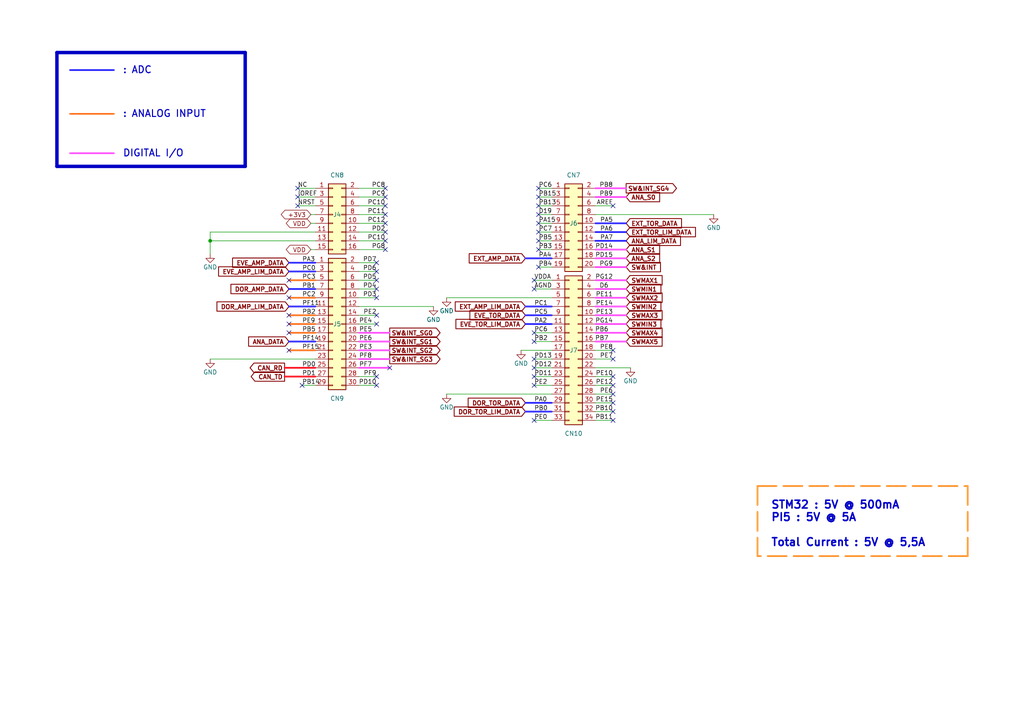
<source format=kicad_sch>
(kicad_sch (version 20211123) (generator eeschema)
  (paper "A4")
  (title_block (title "BUMBLEBEE") (date "2024-01-15") (rev "1.00") (company "ExoFlex") (comment 1 "Bumblebee"))
  (lib_symbols
    (symbol "Connector_Generic:Conn_02x08_Odd_Even" (pin_names (offset 1.016) hide)
      (property "Reference" "J" (at 1.27 10.16 0))
      (property "Value" "Conn_02x08_Odd_Even" (at 1.27 -12.7 0))
      (symbol "Conn_02x08_Odd_Even_1_1"
        (rectangle (start -1.27 -10.033) (end 0 -10.287) (stroke (width 0.1524)))
        (rectangle (start -1.27 -7.493) (end 0 -7.747) (stroke (width 0.1524)))
        (rectangle (start -1.27 -4.953) (end 0 -5.207) (stroke (width 0.1524)))
        (rectangle (start -1.27 -2.413) (end 0 -2.667) (stroke (width 0.1524)))
        (rectangle (start -1.27 0.127) (end 0 -0.127) (stroke (width 0.1524)))
        (rectangle (start -1.27 2.667) (end 0 2.413) (stroke (width 0.1524)))
        (rectangle (start -1.27 5.207) (end 0 4.953) (stroke (width 0.1524)))
        (rectangle (start -1.27 7.747) (end 0 7.493) (stroke (width 0.1524)))
        (rectangle (start -1.27 8.89) (end 3.81 -11.43) (stroke (width 0.254)) (fill (type background)))
        (rectangle (start 3.81 -10.033) (end 2.54 -10.287) (stroke (width 0.1524)))
        (rectangle (start 3.81 -7.493) (end 2.54 -7.747) (stroke (width 0.1524)))
        (rectangle (start 3.81 -4.953) (end 2.54 -5.207) (stroke (width 0.1524)))
        (rectangle (start 3.81 -2.413) (end 2.54 -2.667) (stroke (width 0.1524)))
        (rectangle (start 3.81 0.127) (end 2.54 -0.127) (stroke (width 0.1524)))
        (rectangle (start 3.81 2.667) (end 2.54 2.413) (stroke (width 0.1524)))
        (rectangle (start 3.81 5.207) (end 2.54 4.953) (stroke (width 0.1524)))
        (rectangle (start 3.81 7.747) (end 2.54 7.493) (stroke (width 0.1524)))
        (pin passive line (at -5.08 7.62 0) (length 3.81) (name "Pin_1") (number "1"))
        (pin passive line (at 7.62 -2.54 180) (length 3.81) (name "Pin_10") (number "10"))
        (pin passive line (at -5.08 -5.08 0) (length 3.81) (name "Pin_11") (number "11"))
        (pin passive line (at 7.62 -5.08 180) (length 3.81) (name "Pin_12") (number "12"))
        (pin passive line (at -5.08 -7.62 0) (length 3.81) (name "Pin_13") (number "13"))
        (pin passive line (at 7.62 -7.62 180) (length 3.81) (name "Pin_14") (number "14"))
        (pin passive line (at -5.08 -10.16 0) (length 3.81) (name "Pin_15") (number "15"))
        (pin passive line (at 7.62 -10.16 180) (length 3.81) (name "Pin_16") (number "16"))
        (pin passive line (at 7.62 7.62 180) (length 3.81) (name "Pin_2") (number "2"))
        (pin passive line (at -5.08 5.08 0) (length 3.81) (name "Pin_3") (number "3"))
        (pin passive line (at 7.62 5.08 180) (length 3.81) (name "Pin_4") (number "4"))
        (pin passive line (at -5.08 2.54 0) (length 3.81) (name "Pin_5") (number "5"))
        (pin passive line (at 7.62 2.54 180) (length 3.81) (name "Pin_6") (number "6"))
        (pin passive line (at -5.08 0 0) (length 3.81) (name "Pin_7") (number "7"))
        (pin passive line (at 7.62 0 180) (length 3.81) (name "Pin_8") (number "8"))
        (pin passive line (at -5.08 -2.54 0) (length 3.81) (name "Pin_9") (number "9"))
      )
    )
    (symbol "Connector_Generic:Conn_02x10_Odd_Even" (pin_names (offset 1.016) hide)
      (property "Reference" "J" (at 1.27 12.7 0))
      (property "Value" "Conn_02x10_Odd_Even" (at 1.27 -15.24 0))
      (symbol "Conn_02x10_Odd_Even_1_1"
        (rectangle (start -1.27 -12.573) (end 0 -12.827) (stroke (width 0.1524)))
        (rectangle (start -1.27 -10.033) (end 0 -10.287) (stroke (width 0.1524)))
        (rectangle (start -1.27 -7.493) (end 0 -7.747) (stroke (width 0.1524)))
        (rectangle (start -1.27 -4.953) (end 0 -5.207) (stroke (width 0.1524)))
        (rectangle (start -1.27 -2.413) (end 0 -2.667) (stroke (width 0.1524)))
        (rectangle (start -1.27 0.127) (end 0 -0.127) (stroke (width 0.1524)))
        (rectangle (start -1.27 2.667) (end 0 2.413) (stroke (width 0.1524)))
        (rectangle (start -1.27 5.207) (end 0 4.953) (stroke (width 0.1524)))
        (rectangle (start -1.27 7.747) (end 0 7.493) (stroke (width 0.1524)))
        (rectangle (start -1.27 10.287) (end 0 10.033) (stroke (width 0.1524)))
        (rectangle (start -1.27 11.43) (end 3.81 -13.97) (stroke (width 0.254)) (fill (type background)))
        (rectangle (start 3.81 -12.573) (end 2.54 -12.827) (stroke (width 0.1524)))
        (rectangle (start 3.81 -10.033) (end 2.54 -10.287) (stroke (width 0.1524)))
        (rectangle (start 3.81 -7.493) (end 2.54 -7.747) (stroke (width 0.1524)))
        (rectangle (start 3.81 -4.953) (end 2.54 -5.207) (stroke (width 0.1524)))
        (rectangle (start 3.81 -2.413) (end 2.54 -2.667) (stroke (width 0.1524)))
        (rectangle (start 3.81 0.127) (end 2.54 -0.127) (stroke (width 0.1524)))
        (rectangle (start 3.81 2.667) (end 2.54 2.413) (stroke (width 0.1524)))
        (rectangle (start 3.81 5.207) (end 2.54 4.953) (stroke (width 0.1524)))
        (rectangle (start 3.81 7.747) (end 2.54 7.493) (stroke (width 0.1524)))
        (rectangle (start 3.81 10.287) (end 2.54 10.033) (stroke (width 0.1524)))
        (pin passive line (at -5.08 10.16 0) (length 3.81) (name "Pin_1") (number "1"))
        (pin passive line (at 7.62 0 180) (length 3.81) (name "Pin_10") (number "10"))
        (pin passive line (at -5.08 -2.54 0) (length 3.81) (name "Pin_11") (number "11"))
        (pin passive line (at 7.62 -2.54 180) (length 3.81) (name "Pin_12") (number "12"))
        (pin passive line (at -5.08 -5.08 0) (length 3.81) (name "Pin_13") (number "13"))
        (pin passive line (at 7.62 -5.08 180) (length 3.81) (name "Pin_14") (number "14"))
        (pin passive line (at -5.08 -7.62 0) (length 3.81) (name "Pin_15") (number "15"))
        (pin passive line (at 7.62 -7.62 180) (length 3.81) (name "Pin_16") (number "16"))
        (pin passive line (at -5.08 -10.16 0) (length 3.81) (name "Pin_17") (number "17"))
        (pin passive line (at 7.62 -10.16 180) (length 3.81) (name "Pin_18") (number "18"))
        (pin passive line (at -5.08 -12.7 0) (length 3.81) (name "Pin_19") (number "19"))
        (pin passive line (at 7.62 10.16 180) (length 3.81) (name "Pin_2") (number "2"))
        (pin passive line (at 7.62 -12.7 180) (length 3.81) (name "Pin_20") (number "20"))
        (pin passive line (at -5.08 7.62 0) (length 3.81) (name "Pin_3") (number "3"))
        (pin passive line (at 7.62 7.62 180) (length 3.81) (name "Pin_4") (number "4"))
        (pin passive line (at -5.08 5.08 0) (length 3.81) (name "Pin_5") (number "5"))
        (pin passive line (at 7.62 5.08 180) (length 3.81) (name "Pin_6") (number "6"))
        (pin passive line (at -5.08 2.54 0) (length 3.81) (name "Pin_7") (number "7"))
        (pin passive line (at 7.62 2.54 180) (length 3.81) (name "Pin_8") (number "8"))
        (pin passive line (at -5.08 0 0) (length 3.81) (name "Pin_9") (number "9"))
      )
    )
    (symbol "Connector_Generic:Conn_02x15_Odd_Even" (pin_names (offset 1.016) hide)
      (property "Reference" "J" (at 1.27 20.32 0))
      (property "Value" "Conn_02x15_Odd_Even" (at 1.27 -20.32 0))
      (symbol "Conn_02x15_Odd_Even_1_1"
        (rectangle (start -1.27 -17.653) (end 0 -17.907) (stroke (width 0.1524)))
        (rectangle (start -1.27 -15.113) (end 0 -15.367) (stroke (width 0.1524)))
        (rectangle (start -1.27 -12.573) (end 0 -12.827) (stroke (width 0.1524)))
        (rectangle (start -1.27 -10.033) (end 0 -10.287) (stroke (width 0.1524)))
        (rectangle (start -1.27 -7.493) (end 0 -7.747) (stroke (width 0.1524)))
        (rectangle (start -1.27 -4.953) (end 0 -5.207) (stroke (width 0.1524)))
        (rectangle (start -1.27 -2.413) (end 0 -2.667) (stroke (width 0.1524)))
        (rectangle (start -1.27 0.127) (end 0 -0.127) (stroke (width 0.1524)))
        (rectangle (start -1.27 2.667) (end 0 2.413) (stroke (width 0.1524)))
        (rectangle (start -1.27 5.207) (end 0 4.953) (stroke (width 0.1524)))
        (rectangle (start -1.27 7.747) (end 0 7.493) (stroke (width 0.1524)))
        (rectangle (start -1.27 10.287) (end 0 10.033) (stroke (width 0.1524)))
        (rectangle (start -1.27 12.827) (end 0 12.573) (stroke (width 0.1524)))
        (rectangle (start -1.27 15.367) (end 0 15.113) (stroke (width 0.1524)))
        (rectangle (start -1.27 17.907) (end 0 17.653) (stroke (width 0.1524)))
        (rectangle (start -1.27 19.05) (end 3.81 -19.05) (stroke (width 0.254)) (fill (type background)))
        (rectangle (start 3.81 -17.653) (end 2.54 -17.907) (stroke (width 0.1524)))
        (rectangle (start 3.81 -15.113) (end 2.54 -15.367) (stroke (width 0.1524)))
        (rectangle (start 3.81 -12.573) (end 2.54 -12.827) (stroke (width 0.1524)))
        (rectangle (start 3.81 -10.033) (end 2.54 -10.287) (stroke (width 0.1524)))
        (rectangle (start 3.81 -7.493) (end 2.54 -7.747) (stroke (width 0.1524)))
        (rectangle (start 3.81 -4.953) (end 2.54 -5.207) (stroke (width 0.1524)))
        (rectangle (start 3.81 -2.413) (end 2.54 -2.667) (stroke (width 0.1524)))
        (rectangle (start 3.81 0.127) (end 2.54 -0.127) (stroke (width 0.1524)))
        (rectangle (start 3.81 2.667) (end 2.54 2.413) (stroke (width 0.1524)))
        (rectangle (start 3.81 5.207) (end 2.54 4.953) (stroke (width 0.1524)))
        (rectangle (start 3.81 7.747) (end 2.54 7.493) (stroke (width 0.1524)))
        (rectangle (start 3.81 10.287) (end 2.54 10.033) (stroke (width 0.1524)))
        (rectangle (start 3.81 12.827) (end 2.54 12.573) (stroke (width 0.1524)))
        (rectangle (start 3.81 15.367) (end 2.54 15.113) (stroke (width 0.1524)))
        (rectangle (start 3.81 17.907) (end 2.54 17.653) (stroke (width 0.1524)))
        (pin passive line (at -5.08 17.78 0) (length 3.81) (name "Pin_1") (number "1"))
        (pin passive line (at 7.62 7.62 180) (length 3.81) (name "Pin_10") (number "10"))
        (pin passive line (at -5.08 5.08 0) (length 3.81) (name "Pin_11") (number "11"))
        (pin passive line (at 7.62 5.08 180) (length 3.81) (name "Pin_12") (number "12"))
        (pin passive line (at -5.08 2.54 0) (length 3.81) (name "Pin_13") (number "13"))
        (pin passive line (at 7.62 2.54 180) (length 3.81) (name "Pin_14") (number "14"))
        (pin passive line (at -5.08 0 0) (length 3.81) (name "Pin_15") (number "15"))
        (pin passive line (at 7.62 0 180) (length 3.81) (name "Pin_16") (number "16"))
        (pin passive line (at -5.08 -2.54 0) (length 3.81) (name "Pin_17") (number "17"))
        (pin passive line (at 7.62 -2.54 180) (length 3.81) (name "Pin_18") (number "18"))
        (pin passive line (at -5.08 -5.08 0) (length 3.81) (name "Pin_19") (number "19"))
        (pin passive line (at 7.62 17.78 180) (length 3.81) (name "Pin_2") (number "2"))
        (pin passive line (at 7.62 -5.08 180) (length 3.81) (name "Pin_20") (number "20"))
        (pin passive line (at -5.08 -7.62 0) (length 3.81) (name "Pin_21") (number "21"))
        (pin passive line (at 7.62 -7.62 180) (length 3.81) (name "Pin_22") (number "22"))
        (pin passive line (at -5.08 -10.16 0) (length 3.81) (name "Pin_23") (number "23"))
        (pin passive line (at 7.62 -10.16 180) (length 3.81) (name "Pin_24") (number "24"))
        (pin passive line (at -5.08 -12.7 0) (length 3.81) (name "Pin_25") (number "25"))
        (pin passive line (at 7.62 -12.7 180) (length 3.81) (name "Pin_26") (number "26"))
        (pin passive line (at -5.08 -15.24 0) (length 3.81) (name "Pin_27") (number "27"))
        (pin passive line (at 7.62 -15.24 180) (length 3.81) (name "Pin_28") (number "28"))
        (pin passive line (at -5.08 -17.78 0) (length 3.81) (name "Pin_29") (number "29"))
        (pin passive line (at -5.08 15.24 0) (length 3.81) (name "Pin_3") (number "3"))
        (pin passive line (at 7.62 -17.78 180) (length 3.81) (name "Pin_30") (number "30"))
        (pin passive line (at 7.62 15.24 180) (length 3.81) (name "Pin_4") (number "4"))
        (pin passive line (at -5.08 12.7 0) (length 3.81) (name "Pin_5") (number "5"))
        (pin passive line (at 7.62 12.7 180) (length 3.81) (name "Pin_6") (number "6"))
        (pin passive line (at -5.08 10.16 0) (length 3.81) (name "Pin_7") (number "7"))
        (pin passive line (at 7.62 10.16 180) (length 3.81) (name "Pin_8") (number "8"))
        (pin passive line (at -5.08 7.62 0) (length 3.81) (name "Pin_9") (number "9"))
      )
    )
    (symbol "Connector_Generic:Conn_02x17_Odd_Even" (pin_names (offset 1.016) hide)
      (property "Reference" "J" (at 1.27 22.86 0))
      (property "Value" "Conn_02x17_Odd_Even" (at 1.27 -22.86 0))
      (symbol "Conn_02x17_Odd_Even_1_1"
        (rectangle (start -1.27 -20.193) (end 0 -20.447) (stroke (width 0.1524)))
        (rectangle (start -1.27 -17.653) (end 0 -17.907) (stroke (width 0.1524)))
        (rectangle (start -1.27 -15.113) (end 0 -15.367) (stroke (width 0.1524)))
        (rectangle (start -1.27 -12.573) (end 0 -12.827) (stroke (width 0.1524)))
        (rectangle (start -1.27 -10.033) (end 0 -10.287) (stroke (width 0.1524)))
        (rectangle (start -1.27 -7.493) (end 0 -7.747) (stroke (width 0.1524)))
        (rectangle (start -1.27 -4.953) (end 0 -5.207) (stroke (width 0.1524)))
        (rectangle (start -1.27 -2.413) (end 0 -2.667) (stroke (width 0.1524)))
        (rectangle (start -1.27 0.127) (end 0 -0.127) (stroke (width 0.1524)))
        (rectangle (start -1.27 2.667) (end 0 2.413) (stroke (width 0.1524)))
        (rectangle (start -1.27 5.207) (end 0 4.953) (stroke (width 0.1524)))
        (rectangle (start -1.27 7.747) (end 0 7.493) (stroke (width 0.1524)))
        (rectangle (start -1.27 10.287) (end 0 10.033) (stroke (width 0.1524)))
        (rectangle (start -1.27 12.827) (end 0 12.573) (stroke (width 0.1524)))
        (rectangle (start -1.27 15.367) (end 0 15.113) (stroke (width 0.1524)))
        (rectangle (start -1.27 17.907) (end 0 17.653) (stroke (width 0.1524)))
        (rectangle (start -1.27 20.447) (end 0 20.193) (stroke (width 0.1524)))
        (rectangle (start -1.27 21.59) (end 3.81 -21.59) (stroke (width 0.254)) (fill (type background)))
        (rectangle (start 3.81 -20.193) (end 2.54 -20.447) (stroke (width 0.1524)))
        (rectangle (start 3.81 -17.653) (end 2.54 -17.907) (stroke (width 0.1524)))
        (rectangle (start 3.81 -15.113) (end 2.54 -15.367) (stroke (width 0.1524)))
        (rectangle (start 3.81 -12.573) (end 2.54 -12.827) (stroke (width 0.1524)))
        (rectangle (start 3.81 -10.033) (end 2.54 -10.287) (stroke (width 0.1524)))
        (rectangle (start 3.81 -7.493) (end 2.54 -7.747) (stroke (width 0.1524)))
        (rectangle (start 3.81 -4.953) (end 2.54 -5.207) (stroke (width 0.1524)))
        (rectangle (start 3.81 -2.413) (end 2.54 -2.667) (stroke (width 0.1524)))
        (rectangle (start 3.81 0.127) (end 2.54 -0.127) (stroke (width 0.1524)))
        (rectangle (start 3.81 2.667) (end 2.54 2.413) (stroke (width 0.1524)))
        (rectangle (start 3.81 5.207) (end 2.54 4.953) (stroke (width 0.1524)))
        (rectangle (start 3.81 7.747) (end 2.54 7.493) (stroke (width 0.1524)))
        (rectangle (start 3.81 10.287) (end 2.54 10.033) (stroke (width 0.1524)))
        (rectangle (start 3.81 12.827) (end 2.54 12.573) (stroke (width 0.1524)))
        (rectangle (start 3.81 15.367) (end 2.54 15.113) (stroke (width 0.1524)))
        (rectangle (start 3.81 17.907) (end 2.54 17.653) (stroke (width 0.1524)))
        (rectangle (start 3.81 20.447) (end 2.54 20.193) (stroke (width 0.1524)))
        (pin passive line (at -5.08 20.32 0) (length 3.81) (name "Pin_1") (number "1"))
        (pin passive line (at 7.62 10.16 180) (length 3.81) (name "Pin_10") (number "10"))
        (pin passive line (at -5.08 7.62 0) (length 3.81) (name "Pin_11") (number "11"))
        (pin passive line (at 7.62 7.62 180) (length 3.81) (name "Pin_12") (number "12"))
        (pin passive line (at -5.08 5.08 0) (length 3.81) (name "Pin_13") (number "13"))
        (pin passive line (at 7.62 5.08 180) (length 3.81) (name "Pin_14") (number "14"))
        (pin passive line (at -5.08 2.54 0) (length 3.81) (name "Pin_15") (number "15"))
        (pin passive line (at 7.62 2.54 180) (length 3.81) (name "Pin_16") (number "16"))
        (pin passive line (at -5.08 0 0) (length 3.81) (name "Pin_17") (number "17"))
        (pin passive line (at 7.62 0 180) (length 3.81) (name "Pin_18") (number "18"))
        (pin passive line (at -5.08 -2.54 0) (length 3.81) (name "Pin_19") (number "19"))
        (pin passive line (at 7.62 20.32 180) (length 3.81) (name "Pin_2") (number "2"))
        (pin passive line (at 7.62 -2.54 180) (length 3.81) (name "Pin_20") (number "20"))
        (pin passive line (at -5.08 -5.08 0) (length 3.81) (name "Pin_21") (number "21"))
        (pin passive line (at 7.62 -5.08 180) (length 3.81) (name "Pin_22") (number "22"))
        (pin passive line (at -5.08 -7.62 0) (length 3.81) (name "Pin_23") (number "23"))
        (pin passive line (at 7.62 -7.62 180) (length 3.81) (name "Pin_24") (number "24"))
        (pin passive line (at -5.08 -10.16 0) (length 3.81) (name "Pin_25") (number "25"))
        (pin passive line (at 7.62 -10.16 180) (length 3.81) (name "Pin_26") (number "26"))
        (pin passive line (at -5.08 -12.7 0) (length 3.81) (name "Pin_27") (number "27"))
        (pin passive line (at 7.62 -12.7 180) (length 3.81) (name "Pin_28") (number "28"))
        (pin passive line (at -5.08 -15.24 0) (length 3.81) (name "Pin_29") (number "29"))
        (pin passive line (at -5.08 17.78 0) (length 3.81) (name "Pin_3") (number "3"))
        (pin passive line (at 7.62 -15.24 180) (length 3.81) (name "Pin_30") (number "30"))
        (pin passive line (at -5.08 -17.78 0) (length 3.81) (name "Pin_31") (number "31"))
        (pin passive line (at 7.62 -17.78 180) (length 3.81) (name "Pin_32") (number "32"))
        (pin passive line (at -5.08 -20.32 0) (length 3.81) (name "Pin_33") (number "33"))
        (pin passive line (at 7.62 -20.32 180) (length 3.81) (name "Pin_34") (number "34"))
        (pin passive line (at 7.62 17.78 180) (length 3.81) (name "Pin_4") (number "4"))
        (pin passive line (at -5.08 15.24 0) (length 3.81) (name "Pin_5") (number "5"))
        (pin passive line (at 7.62 15.24 180) (length 3.81) (name "Pin_6") (number "6"))
        (pin passive line (at -5.08 12.7 0) (length 3.81) (name "Pin_7") (number "7"))
        (pin passive line (at 7.62 12.7 180) (length 3.81) (name "Pin_8") (number "8"))
        (pin passive line (at -5.08 10.16 0) (length 3.81) (name "Pin_9") (number "9"))
      )
    )
    (symbol "power:GND" (power) (pin_names (offset 0))
      (property "Value" "GND" (at 0 -3.81 0))
      (symbol "GND_0_1"
        (polyline (pts (xy 0 0) (xy 0 -1.27) (xy 1.27 -1.27) (xy 0 -2.54) (xy -1.27 -1.27) (xy 0 -1.27)))
      )
      (symbol "GND_1_1"
        (pin power_in line (at 0 0 270) (length 0) hide (name "GND") (number "1"))
      )
    )
  )
  (junction (at 60.96 69.85))
  (no_connect (at 156.21 69.85))
  (no_connect (at 83.82 101.6))
  (no_connect (at 111.76 67.31))
  (no_connect (at 86.36 54.61))
  (no_connect (at 156.21 59.69))
  (no_connect (at 156.21 54.61))
  (no_connect (at 177.8 114.3))
  (no_connect (at 109.22 78.74))
  (no_connect (at 83.82 86.36))
  (no_connect (at 154.94 83.82))
  (no_connect (at 154.94 99.06))
  (no_connect (at 83.82 91.44))
  (no_connect (at 156.21 77.47))
  (no_connect (at 156.21 57.15))
  (no_connect (at 109.22 86.36))
  (no_connect (at 177.8 121.92))
  (no_connect (at 86.36 57.15))
  (no_connect (at 154.94 104.14))
  (no_connect (at 87.63 111.76))
  (no_connect (at 154.94 96.52))
  (no_connect (at 177.8 109.22))
  (no_connect (at 111.76 64.77))
  (no_connect (at 177.8 111.76))
  (no_connect (at 156.21 62.23))
  (no_connect (at 177.8 104.14))
  (no_connect (at 111.76 57.15))
  (no_connect (at 154.94 111.76))
  (no_connect (at 109.22 91.44))
  (no_connect (at 83.82 93.98))
  (no_connect (at 83.82 81.28))
  (no_connect (at 109.22 93.98))
  (no_connect (at 111.76 54.61))
  (no_connect (at 177.8 116.84))
  (no_connect (at 177.8 101.6))
  (no_connect (at 111.76 62.23))
  (no_connect (at 154.94 106.68))
  (no_connect (at 109.22 81.28))
  (no_connect (at 177.8 59.69))
  (no_connect (at 111.76 72.39))
  (no_connect (at 111.76 59.69))
  (no_connect (at 86.36 59.69))
  (no_connect (at 156.21 72.39))
  (no_connect (at 156.21 67.31))
  (no_connect (at 113.03 106.68))
  (no_connect (at 156.21 64.77))
  (no_connect (at 154.94 109.22))
  (no_connect (at 154.94 81.28))
  (no_connect (at 177.8 119.38))
  (no_connect (at 109.22 109.22))
  (no_connect (at 109.22 83.82))
  (no_connect (at 109.22 76.2))
  (no_connect (at 111.76 69.85))
  (no_connect (at 109.22 111.76))
  (no_connect (at 154.94 121.92))
  (no_connect (at 83.82 96.52))
  (wire (pts (xy 152.4 93.98) (xy 160.02 93.98)) (stroke (width 0.5) (color 40 35 255 1)))
  (wire (pts (xy 82.55 106.68) (xy 91.44 106.68)) (stroke (width 0.5) (color 255 16 29 1)))
  (wire (pts (xy 83.82 88.9) (xy 91.44 88.9)) (stroke (width 0.5) (color 40 35 255 1)))
  (wire (pts (xy 172.72 81.28) (xy 181.61 81.28)) (stroke (width 0.5) (color 255 74 249 1)))
  (wire (pts (xy 172.72 114.3) (xy 177.8 114.3)))
  (wire (pts (xy 83.82 83.82) (xy 91.44 83.82)) (stroke (width 0.5) (color 40 35 255 1)))
  (wire (pts (xy 172.72 86.36) (xy 181.61 86.36)) (stroke (width 0.5) (color 255 74 249 1)))
  (wire (pts (xy 172.72 67.31) (xy 181.61 67.31)) (stroke (width 0.5) (color 40 35 255 1)))
  (wire (pts (xy 104.14 99.06) (xy 113.03 99.06)) (stroke (width 0.5) (color 255 74 249 1)))
  (wire (pts (xy 83.82 101.6) (xy 91.44 101.6)) (stroke (width 0.5) (color 255 115 33 1)))
  (wire (pts (xy 152.4 116.84) (xy 160.02 116.84)) (stroke (width 0.5) (color 40 35 255 1)))
  (wire (pts (xy 172.72 109.22) (xy 177.8 109.22)))
  (wire (pts (xy 172.72 69.85) (xy 181.61 69.85)) (stroke (width 0.5) (color 40 35 255 1)))
  (wire (pts (xy 60.96 104.14) (xy 91.44 104.14)))
  (wire (pts (xy 86.36 59.69) (xy 91.44 59.69)))
  (wire (pts (xy 154.94 106.68) (xy 160.02 106.68)))
  (wire (pts (xy 172.72 101.6) (xy 177.8 101.6)))
  (wire (pts (xy 86.36 57.15) (xy 91.44 57.15)))
  (wire (pts (xy 104.14 101.6) (xy 113.03 101.6)) (stroke (width 0.5) (color 255 74 249 1)))
  (wire (pts (xy 83.82 81.28) (xy 91.44 81.28)) (stroke (width 0.5) (color 255 115 33 1)))
  (wire (pts (xy 104.14 67.31) (xy 111.76 67.31)))
  (wire (pts (xy 154.94 104.14) (xy 160.02 104.14)))
  (wire (pts (xy 104.14 64.77) (xy 111.76 64.77)))
  (wire (pts (xy 156.21 57.15) (xy 160.02 57.15)))
  (wire (pts (xy 151.13 101.6) (xy 160.02 101.6)))
  (wire (pts (xy 86.36 54.61) (xy 91.44 54.61)))
  (wire (pts (xy 172.72 54.61) (xy 181.61 54.61)) (stroke (width 0.5) (color 255 74 249 1)))
  (wire (pts (xy 156.21 77.47) (xy 160.02 77.47)))
  (polyline (pts (xy 219.71 140.97) (xy 219.71 161.29)) (stroke (width 0.5) (type dash) (color 255 148 44 1)))
  (polyline (pts (xy 280.67 161.29) (xy 219.71 161.29)) (stroke (width 0.5) (type dash) (color 255 148 44 1)))
  (wire (pts (xy 104.14 81.28) (xy 109.22 81.28)))
  (wire (pts (xy 83.82 93.98) (xy 91.44 93.98)) (stroke (width 0.5) (color 255 115 33 1)))
  (wire (pts (xy 104.14 111.76) (xy 109.22 111.76)))
  (wire (pts (xy 104.14 93.98) (xy 109.22 93.98)))
  (polyline (pts (xy 16.51 48.26) (xy 71.12 48.26)) (stroke (width 1) (type solid)))
  (wire (pts (xy 172.72 83.82) (xy 181.61 83.82)) (stroke (width 0.5) (color 255 74 249 1)))
  (wire (pts (xy 172.72 88.9) (xy 181.61 88.9)) (stroke (width 0.5) (color 255 74 249 1)))
  (wire (pts (xy 90.17 64.77) (xy 91.44 64.77)))
  (wire (pts (xy 104.14 62.23) (xy 111.76 62.23)))
  (polyline (pts (xy 20.32 44.45) (xy 33.02 44.45)) (stroke (width 0.5) (type solid) (color 255 74 249 1)))
  (wire (pts (xy 172.72 62.23) (xy 207.01 62.23)))
  (wire (pts (xy 156.21 62.23) (xy 160.02 62.23)))
  (wire (pts (xy 172.72 72.39) (xy 181.61 72.39)) (stroke (width 0.5) (color 255 74 249 1)))
  (wire (pts (xy 156.21 59.69) (xy 160.02 59.69)))
  (wire (pts (xy 172.72 74.93) (xy 181.61 74.93)) (stroke (width 0.5) (color 255 74 249 1)))
  (wire (pts (xy 172.72 121.92) (xy 177.8 121.92)))
  (wire (pts (xy 104.14 57.15) (xy 111.76 57.15)))
  (wire (pts (xy 104.14 109.22) (xy 109.22 109.22)))
  (wire (pts (xy 104.14 91.44) (xy 109.22 91.44)))
  (wire (pts (xy 104.14 83.82) (xy 109.22 83.82)))
  (polyline (pts (xy 16.51 15.24) (xy 16.51 48.26)) (stroke (width 1) (type solid)))
  (wire (pts (xy 172.72 57.15) (xy 181.61 57.15)) (stroke (width 0.5) (color 255 74 249 1)))
  (wire (pts (xy 83.82 99.06) (xy 91.44 99.06)) (stroke (width 0.5) (color 40 35 255 1)))
  (wire (pts (xy 83.82 76.2) (xy 91.44 76.2)) (stroke (width 0.5) (color 40 35 255 1)))
  (wire (pts (xy 83.82 78.74) (xy 91.44 78.74)) (stroke (width 0.5) (color 40 35 255 1)))
  (wire (pts (xy 104.14 59.69) (xy 111.76 59.69)))
  (wire (pts (xy 154.94 99.06) (xy 160.02 99.06)))
  (wire (pts (xy 154.94 83.82) (xy 160.02 83.82)))
  (polyline (pts (xy 280.67 140.97) (xy 280.67 161.29)) (stroke (width 0.5) (type dash) (color 255 148 44 1)))
  (wire (pts (xy 152.4 74.93) (xy 160.02 74.93)) (stroke (width 0.5) (color 40 35 255 1)))
  (wire (pts (xy 152.4 91.44) (xy 160.02 91.44)) (stroke (width 0.5) (color 40 35 255 1)))
  (wire (pts (xy 104.14 76.2) (xy 109.22 76.2)))
  (wire (pts (xy 83.82 91.44) (xy 91.44 91.44)) (stroke (width 0.5) (color 255 115 33 1)))
  (wire (pts (xy 172.72 116.84) (xy 177.8 116.84)))
  (wire (pts (xy 156.21 69.85) (xy 160.02 69.85)))
  (wire (pts (xy 83.82 86.36) (xy 91.44 86.36)) (stroke (width 0.5) (color 255 115 33 1)))
  (wire (pts (xy 172.72 99.06) (xy 181.61 99.06)) (stroke (width 0.5) (color 255 74 249 1)))
  (wire (pts (xy 156.21 67.31) (xy 160.02 67.31)))
  (wire (pts (xy 172.72 104.14) (xy 177.8 104.14)))
  (wire (pts (xy 172.72 77.47) (xy 181.61 77.47)) (stroke (width 0.5) (color 255 74 249 1)))
  (wire (pts (xy 172.72 111.76) (xy 177.8 111.76)))
  (polyline (pts (xy 20.32 20.32) (xy 33.02 20.32)) (stroke (width 0.5) (type solid) (color 40 35 255 1)))
  (wire (pts (xy 104.14 86.36) (xy 109.22 86.36)))
  (wire (pts (xy 104.14 96.52) (xy 113.03 96.52)) (stroke (width 0.5) (color 255 74 249 1)))
  (wire (pts (xy 104.14 72.39) (xy 111.76 72.39)))
  (wire (pts (xy 90.17 72.39) (xy 91.44 72.39)))
  (wire (pts (xy 154.94 81.28) (xy 160.02 81.28)))
  (wire (pts (xy 154.94 109.22) (xy 160.02 109.22)))
  (wire (pts (xy 172.72 96.52) (xy 181.61 96.52)) (stroke (width 0.5) (color 255 74 249 1)))
  (polyline (pts (xy 20.32 33.02) (xy 33.02 33.02)) (stroke (width 0.5) (type solid) (color 255 115 33 1)))
  (wire (pts (xy 172.72 119.38) (xy 177.8 119.38)))
  (wire (pts (xy 90.17 62.23) (xy 91.44 62.23)))
  (wire (pts (xy 60.96 69.85) (xy 60.96 73.66)))
  (wire (pts (xy 172.72 59.69) (xy 177.8 59.69)))
  (wire (pts (xy 154.94 111.76) (xy 160.02 111.76)))
  (wire (pts (xy 87.63 111.76) (xy 91.44 111.76)))
  (polyline (pts (xy 16.51 15.24) (xy 71.12 15.24)) (stroke (width 1) (type solid)))
  (wire (pts (xy 154.94 121.92) (xy 160.02 121.92)))
  (wire (pts (xy 129.54 114.3) (xy 160.02 114.3)))
  (wire (pts (xy 82.55 109.22) (xy 91.44 109.22)) (stroke (width 0.5) (color 255 16 29 1)))
  (wire (pts (xy 172.72 106.68) (xy 182.88 106.68)))
  (wire (pts (xy 104.14 104.14) (xy 113.03 104.14)) (stroke (width 0.5) (color 255 74 249 1)))
  (wire (pts (xy 104.14 69.85) (xy 111.76 69.85)))
  (wire (pts (xy 154.94 96.52) (xy 160.02 96.52)))
  (wire (pts (xy 172.72 93.98) (xy 181.61 93.98)) (stroke (width 0.5) (color 255 74 249 1)))
  (wire (pts (xy 172.72 91.44) (xy 181.61 91.44)) (stroke (width 0.5) (color 255 74 249 1)))
  (wire (pts (xy 156.21 54.61) (xy 160.02 54.61)))
  (wire (pts (xy 104.14 88.9) (xy 125.73 88.9)))
  (wire (pts (xy 104.14 106.68) (xy 113.03 106.68)) (stroke (width 0.5) (color 255 74 249 1)))
  (wire (pts (xy 152.4 119.38) (xy 160.02 119.38)) (stroke (width 0.5) (color 40 35 255 1)))
  (wire (pts (xy 172.72 64.77) (xy 181.61 64.77)) (stroke (width 0.5) (color 40 35 255 1)))
  (wire (pts (xy 156.21 72.39) (xy 160.02 72.39)))
  (wire (pts (xy 60.96 69.85) (xy 91.44 69.85)))
  (wire (pts (xy 129.54 86.36) (xy 160.02 86.36)))
  (wire (pts (xy 156.21 64.77) (xy 160.02 64.77)))
  (polyline (pts (xy 71.12 48.26) (xy 71.12 15.24)) (stroke (width 1) (type solid)))
  (wire (pts (xy 104.14 54.61) (xy 111.76 54.61)))
  (wire (pts (xy 60.96 67.31) (xy 60.96 69.85)))
  (wire (pts (xy 60.96 67.31) (xy 91.44 67.31)))
  (wire (pts (xy 83.82 96.52) (xy 91.44 96.52)) (stroke (width 0.5) (color 255 115 33 1)))
  (polyline (pts (xy 219.71 140.97) (xy 280.67 140.97)) (stroke (width 0.5) (type dash) (color 255 148 44 1)))
  (wire (pts (xy 104.14 78.74) (xy 109.22 78.74)))
  (wire (pts (xy 152.4 88.9) (xy 160.02 88.9)) (stroke (width 0.5) (color 40 35 255 1)))
  (text "STM32 : 5V @ 500mA\nPI5 : 5V @ 5A\n\nTotal Current : 5V @ 5,5A" (at 223.52 158.75 0) (effects (font (size 2.25 2.25) (thickness 0.45) bold) (justify left bottom)))
  (text ": ANALOG INPUT" (at 35.56 34.29 0) (effects (font (size 2 2) (thickness 0.3) bold) (justify left bottom)))
  (text "DIGITAL I/O" (at 35.56 45.72 0) (effects (font (size 2 2) (thickness 0.3) bold) (justify left bottom)))
  (text ": ADC" (at 35.56 21.59 0) (effects (font (size 2 2) (thickness 0.3) bold) (justify left bottom)))
  (label "PA2" (at 154.94 93.98 0))
  (label "PC11" (at 111.76 62.23 180))
  (label "PD5" (at 109.22 81.28 180))
  (label "PC9" (at 111.76 57.15 180))
  (label "PE4" (at 104.14 93.98 0))
  (label "PB5" (at 156.21 69.85 0))
  (label "PC10" (at 111.76 69.85 180))
  (label "PE6" (at 177.8 114.3 180))
  (label "PE15" (at 177.8 116.84 180))
  (label "AREF" (at 177.8 59.69 180))
  (label "PD14" (at 177.8 72.39 180))
  (label "PD1" (at 87.63 109.22 0))
  (label "PA6" (at 177.8 67.31 180))
  (label "PC10" (at 111.76 59.69 180))
  (label "PB7" (at 176.53 99.06 180))
  (label "D19" (at 156.21 62.23 0))
  (label "PD0" (at 87.63 106.68 0))
  (label "PD13" (at 154.94 104.14 0))
  (label "PE6" (at 104.14 99.06 0))
  (label "VDDA" (at 154.94 81.28 0))
  (label "PC2" (at 87.63 86.36 0))
  (label "PD12" (at 154.94 106.68 0))
  (label "PB9" (at 177.8 57.15 180))
  (label "IOREF" (at 86.36 57.15 0))
  (label "PA15" (at 156.21 64.77 0))
  (label "PB0" (at 154.94 119.38 0))
  (label "PD11" (at 154.94 109.22 0))
  (label "PE14" (at 177.8 88.9 180))
  (label "PG12" (at 177.8 81.28 180))
  (label "PC6" (at 156.21 54.61 0))
  (label "PC6" (at 154.94 96.52 0))
  (label "PD4" (at 109.22 83.82 180))
  (label "PB2" (at 154.94 99.06 0))
  (label "PD6" (at 109.22 78.74 180))
  (label "PB15" (at 156.21 57.15 0))
  (label "PD15" (at 177.8 74.93 180))
  (label "PE2" (at 109.22 91.44 180))
  (label "PF8" (at 104.14 104.14 0))
  (label "PB4" (at 156.21 77.47 0))
  (label "PE8" (at 177.8 101.6 180))
  (label "PG8" (at 111.76 72.39 180))
  (label "PD10" (at 109.22 111.76 180))
  (label "D6" (at 176.53 83.82 180))
  (label "PC12" (at 111.76 64.77 180))
  (label "PE13" (at 177.8 91.44 180))
  (label "NRST" (at 86.36 59.69 0))
  (label "PC5" (at 154.94 91.44 0))
  (label "PF14" (at 87.63 99.06 0))
  (label "PE10" (at 177.8 109.22 180))
  (label "PE9" (at 87.63 93.98 0))
  (label "PD2" (at 111.76 67.31 180))
  (label "PA0" (at 154.94 116.84 0))
  (label "PC7" (at 156.21 67.31 0))
  (label "PD3" (at 109.22 86.36 180))
  (label "PA4" (at 156.21 74.93 0))
  (label "PE11" (at 177.8 86.36 180))
  (label "PC8" (at 111.76 54.61 180))
  (label "PF15" (at 87.63 101.6 0))
  (label "PG9" (at 177.8 77.47 180))
  (label "PA5" (at 177.8 64.77 180))
  (label "PB1" (at 87.63 83.82 0))
  (label "PE2" (at 154.94 111.76 0))
  (label "AGND" (at 154.94 83.82 0))
  (label "PE3" (at 104.14 101.6 0))
  (label "PA7" (at 177.8 69.85 180))
  (label "PB13" (at 156.21 59.69 0))
  (label "PB10" (at 177.8 119.38 180))
  (label "NC" (at 86.36 54.61 0))
  (label "PB11" (at 177.8 121.92 180))
  (label "PB14" (at 87.63 111.76 0))
  (label "PE12" (at 177.8 111.76 180))
  (label "PE0" (at 154.94 121.92 0))
  (label "PE7" (at 177.8 104.14 180))
  (label "PF11" (at 87.63 88.9 0))
  (label "PC1" (at 154.94 88.9 0))
  (label "PB6" (at 176.53 96.52 180))
  (label "PF7" (at 104.14 106.68 0))
  (label "PB5" (at 87.63 96.52 0))
  (label "PB2" (at 87.63 91.44 0))
  (label "PG14" (at 177.8 93.98 180))
  (label "PC3" (at 87.63 81.28 0))
  (label "PB3" (at 156.21 72.39 0))
  (label "PC0" (at 87.63 78.74 0))
  (label "PD7" (at 109.22 76.2 180))
  (label "PB8" (at 177.8 54.61 180))
  (label "PF9" (at 109.22 109.22 180))
  (label "PA3" (at 87.63 76.2 0))
  (label "PE5" (at 104.14 96.52 0))
  (global_label "SW&INT_SG3" (shape output) (at 113.03 104.14 0) (effects (font (thickness 0.254) bold)) (property "Intersheet References" "${INTERSHEET_REFS}" (effects hide)))
  (global_label "EVE_TOR_DATA" (shape input) (at 152.4 91.44 180) (effects (font bold)) (property "Intersheet References" "${INTERSHEET_REFS}" (effects hide)))
  (global_label "ANA_S0" (shape input) (at 181.61 57.15 0) (effects (font (thickness 0.254) bold)) (property "Intersheet References" "${INTERSHEET_REFS}" (effects hide)))
  (global_label "SW&INT_SG0" (shape output) (at 113.03 96.52 0) (effects (font (thickness 0.254) bold)) (property "Intersheet References" "${INTERSHEET_REFS}" (effects hide)))
  (global_label "ANA_DATA" (shape input) (at 83.82 99.06 180) (effects (font bold)) (property "Intersheet References" "${INTERSHEET_REFS}" (effects hide)))
  (global_label "SW&INT_SG2" (shape output) (at 113.03 101.6 0) (effects (font (thickness 0.254) bold)) (property "Intersheet References" "${INTERSHEET_REFS}" (effects hide)))
  (global_label "VDD" (shape bidirectional) (at 90.17 64.77 180) (property "Intersheet References" "${INTERSHEET_REFS}" (effects hide)))
  (global_label "CAN_RD" (shape output) (at 82.55 106.68 180) (effects (font (thickness 0.254) bold)) (property "Intersheet References" "${INTERSHEET_REFS}" (effects hide)))
  (global_label "+3V3" (shape bidirectional) (at 90.17 62.23 180) (property "Intersheet References" "${INTERSHEET_REFS}" (effects hide)))
  (global_label "SWMIN1" (shape input) (at 181.61 83.82 0) (effects (font (thickness 0.254) bold)) (property "Intersheet References" "${INTERSHEET_REFS}" (effects hide)))
  (global_label "EVE_TOR_LIM_DATA" (shape input) (at 152.4 93.98 180) (effects (font bold)) (property "Intersheet References" "${INTERSHEET_REFS}" (effects hide)))
  (global_label "EXT_AMP_LIM_DATA" (shape input) (at 152.4 88.9 180) (effects (font bold)) (property "Intersheet References" "${INTERSHEET_REFS}" (effects hide)))
  (global_label "SW&INT" (shape input) (at 181.61 77.47 0) (effects (font (thickness 0.254) bold)) (property "Intersheet References" "${INTERSHEET_REFS}" (effects hide)))
  (global_label "DOR_AMP_LIM_DATA" (shape input) (at 83.82 88.9 180) (effects (font bold)) (property "Intersheet References" "${INTERSHEET_REFS}" (effects hide)))
  (global_label "SWMAX1" (shape input) (at 181.61 81.28 0) (effects (font (thickness 0.254) bold)) (property "Intersheet References" "${INTERSHEET_REFS}" (effects hide)))
  (global_label "SW&INT_SG4" (shape output) (at 181.61 54.61 0) (effects (font (thickness 0.254) bold)) (property "Intersheet References" "${INTERSHEET_REFS}" (effects hide)))
  (global_label "SWMAX5" (shape input) (at 181.61 99.06 0) (effects (font (thickness 0.254) bold)) (property "Intersheet References" "${INTERSHEET_REFS}" (effects hide)))
  (global_label "EXT_TOR_LIM_DATA" (shape input) (at 181.61 67.31 0) (effects (font bold)) (property "Intersheet References" "${INTERSHEET_REFS}" (effects hide)))
  (global_label "SWMIN3" (shape input) (at 181.61 93.98 0) (effects (font (thickness 0.254) bold)) (property "Intersheet References" "${INTERSHEET_REFS}" (effects hide)))
  (global_label "VDD" (shape bidirectional) (at 90.17 72.39 180) (property "Intersheet References" "${INTERSHEET_REFS}" (effects hide)))
  (global_label "SWMAX4" (shape input) (at 181.61 96.52 0) (effects (font (thickness 0.254) bold)) (property "Intersheet References" "${INTERSHEET_REFS}" (effects hide)))
  (global_label "ANA_S1" (shape input) (at 181.61 72.39 0) (effects (font (thickness 0.254) bold)) (property "Intersheet References" "${INTERSHEET_REFS}" (effects hide)))
  (global_label "SW&INT_SG1" (shape output) (at 113.03 99.06 0) (effects (font (thickness 0.254) bold)) (property "Intersheet References" "${INTERSHEET_REFS}" (effects hide)))
  (global_label "DOR_AMP_DATA" (shape input) (at 83.82 83.82 180) (effects (font bold)) (property "Intersheet References" "${INTERSHEET_REFS}" (effects hide)))
  (global_label "SWMIN2" (shape input) (at 181.61 88.9 0) (effects (font (thickness 0.254) bold)) (property "Intersheet References" "${INTERSHEET_REFS}" (effects hide)))
  (global_label "EXT_AMP_DATA" (shape input) (at 152.4 74.93 180) (effects (font bold)) (property "Intersheet References" "${INTERSHEET_REFS}" (effects hide)))
  (global_label "ANA_LIM_DATA" (shape input) (at 181.61 69.85 0) (effects (font bold)) (property "Intersheet References" "${INTERSHEET_REFS}" (effects hide)))
  (global_label "EVE_AMP_DATA" (shape input) (at 83.82 76.2 180) (effects (font bold)) (property "Intersheet References" "${INTERSHEET_REFS}" (effects hide)))
  (global_label "DOR_TOR_DATA" (shape input) (at 152.4 116.84 180) (effects (font bold)) (property "Intersheet References" "${INTERSHEET_REFS}" (effects hide)))
  (global_label "SWMAX2" (shape input) (at 181.61 86.36 0) (effects (font (thickness 0.254) bold)) (property "Intersheet References" "${INTERSHEET_REFS}" (effects hide)))
  (global_label "ANA_S2" (shape input) (at 181.61 74.93 0) (effects (font (thickness 0.254) bold)) (property "Intersheet References" "${INTERSHEET_REFS}" (effects hide)))
  (global_label "EXT_TOR_DATA" (shape input) (at 181.61 64.77 0) (effects (font bold)) (property "Intersheet References" "${INTERSHEET_REFS}" (effects hide)))
  (global_label "CAN_TD" (shape output) (at 82.55 109.22 180) (effects (font (thickness 0.254) bold)) (property "Intersheet References" "${INTERSHEET_REFS}" (effects hide)))
  (global_label "DOR_TOR_LIM_DATA" (shape input) (at 152.4 119.38 180) (effects (font bold)) (property "Intersheet References" "${INTERSHEET_REFS}" (effects hide)))
  (global_label "SWMAX3" (shape input) (at 181.61 91.44 0) (effects (font (thickness 0.254) bold)) (property "Intersheet References" "${INTERSHEET_REFS}" (effects hide)))
  (global_label "EVE_AMP_LIM_DATA" (shape input) (at 83.82 78.74 180) (effects (font bold)) (property "Intersheet References" "${INTERSHEET_REFS}" (effects hide)))
  (symbol (lib_id "Connector_Generic:Conn_02x17_Odd_Even") (at 165.1 101.6 0) (unit 1)
    (property "Reference" "J7" (at 166.37 101.6 0))
    (property "Value" "CN10" (at 166.37 125.73 0))
    (property "Footprint" "Connector_PinSocket_2.54mm:PinSocket_2x17_P2.54mm_Vertical" (effects hide))
  )
  (symbol (lib_id "Connector_Generic:Conn_02x15_Odd_Even") (at 96.52 93.98 0) (unit 1)
    (property "Reference" "J5" (at 97.79 93.98 0))
    (property "Value" "CN9" (at 97.79 115.57 0))
    (property "Footprint" "Connector_PinSocket_2.54mm:PinSocket_2x15_P2.54mm_Vertical" (effects hide))
  )
  (symbol (lib_id "Connector_Generic:Conn_02x08_Odd_Even") (at 96.52 62.23 0) (unit 1)
    (property "Reference" "J4" (at 97.79 62.23 0))
    (property "Value" "CN8" (at 97.79 50.8 0))
    (property "Footprint" "Connector_PinSocket_2.54mm:PinSocket_2x08_P2.54mm_Vertical" (effects hide))
  )
  (symbol (lib_id "power:GND") (at 129.54 86.36 0) (unit 1)
    (property "Reference" "#PWR031" (effects hide))
    (property "Value" "GND" (at 129.54 90.17 0))
  )
  (symbol (lib_id "power:GND") (at 60.96 73.66 0) (unit 1)
    (property "Reference" "#PWR028" (effects hide))
    (property "Value" "GND" (at 60.96 77.47 0))
  )
  (symbol (lib_id "power:GND") (at 125.73 88.9 0) (unit 1)
    (property "Reference" "#PWR030" (effects hide))
    (property "Value" "GND" (at 125.73 92.71 0))
  )
  (symbol (lib_id "power:GND") (at 151.13 101.6 0) (unit 1)
    (property "Reference" "#PWR033" (effects hide))
    (property "Value" "GND" (at 151.13 105.41 0))
  )
  (symbol (lib_id "power:GND") (at 182.88 106.68 0) (unit 1)
    (property "Reference" "#PWR034" (effects hide))
    (property "Value" "GND" (at 182.88 110.49 0))
  )
  (symbol (lib_id "power:GND") (at 129.54 114.3 0) (unit 1)
    (property "Reference" "#PWR032" (effects hide))
    (property "Value" "GND" (at 129.54 118.11 0))
  )
  (symbol (lib_id "power:GND") (at 207.01 62.23 0) (unit 1)
    (property "Reference" "#PWR035" (effects hide))
    (property "Value" "GND" (at 207.01 66.04 0))
  )
  (symbol (lib_id "Connector_Generic:Conn_02x10_Odd_Even") (at 165.1 64.77 0) (unit 1)
    (property "Reference" "J6" (at 166.37 64.77 0))
    (property "Value" "CN7" (at 166.37 50.8 0))
    (property "Footprint" "Connector_PinSocket_2.54mm:PinSocket_2x10_P2.54mm_Vertical" (effects hide))
  )
  (symbol (lib_id "power:GND") (at 60.96 104.14 0) (unit 1)
    (property "Reference" "#PWR029" (effects hide))
    (property "Value" "GND" (at 60.96 107.95 0))
  )
)
</source>
